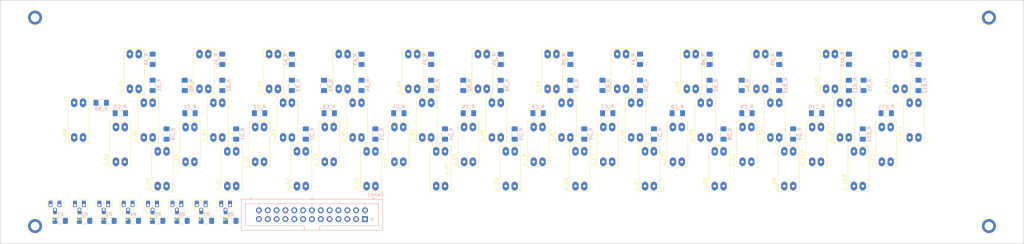
<source format=kicad_pcb>
(kicad_pcb (version 20211014) (generator pcbnew)
  (layers (0 "F.Cu" signal) (31 "B.Cu" signal) (34 "B.Paste" user) (35 "F.Paste" user) (36 "B.SilkS" user "B.Silkscreen") (37 "F.SilkS" user "F.Silkscreen") (38 "B.Mask" user) (39 "F.Mask" user) (44 "Edge.Cuts" user))
  (net 0 "")
  (net 1 "Net-(Q1-Pad2)")
  (net 2 "Net-(Q1-Pad3)")
  (net 3 "GND")
  (net 4 "+5V")
  (net 5 "arduino_A0")
  (net 6 "arduino_A1")
  (net 7 "arduino_A2")
  (net 8 "arduino_A3")
  (net 9 "arduino_A4")
  (net 10 "arduino_A5")
  (net 11 "arduino_D12")
  (net 12 "arduino_D11")
  (net 13 "arduino_D10")
  (net 14 "arduino_D9")
  (net 15 "arduino_D8")
  (net 16 "arduino_D7")
  (net 17 "arduino_D6")
  (net 18 "arduino_D5")
  (net 19 "Net-(Q2-Pad3)")
  (net 20 "Net-(Q2-Pad2)")
  (net 21 "Net-(Q3-Pad2)")
  (net 22 "Net-(Q3-Pad3)")
  (net 23 "Net-(Q4-Pad3)")
  (net 24 "Net-(Q4-Pad2)")
  (net 25 "Net-(Q5-Pad2)")
  (net 26 "Net-(Q5-Pad3)")
  (net 27 "Net-(Q6-Pad3)")
  (net 28 "Net-(Q6-Pad2)")
  (net 29 "Net-(Q7-Pad2)")
  (net 30 "Net-(Q7-Pad3)")
  (net 31 "Net-(Q8-Pad3)")
  (net 32 "Net-(Q8-Pad2)")
  (net 33 "Net-(R_A0-Pad1)")
  (net 34 "Net-(R_A1-Pad1)")
  (net 35 "Net-(R_B1-Pad1)")
  (net 36 "Net-(R_B2-Pad1)")
  (net 37 "Net-(R_C0-Pad1)")
  (net 38 "Net-(R_C1-Pad1)")
  (net 39 "Net-(R_D0-Pad1)")
  (net 40 "Net-(R_D1-Pad1)")
  (net 41 "Net-(R_A2-Pad1)")
  (net 42 "Net-(R_A3-Pad1)")
  (net 43 "Net-(R_A4-Pad1)")
  (net 44 "Net-(R_A5-Pad1)")
  (net 45 "Net-(R_A6-Pad1)")
  (net 46 "Net-(R_A7-Pad1)")
  (net 47 "Net-(R_A8-Pad1)")
  (net 48 "Net-(R_A9-Pad1)")
  (net 49 "Net-(R_A10-Pad1)")
  (net 50 "Net-(R_A11-Pad1)")
  (net 51 "Net-(R_B0-Pad1)")
  (net 52 "Net-(R_B3-Pad1)")
  (net 53 "Net-(R_B4-Pad1)")
  (net 54 "Net-(R_B5-Pad1)")
  (net 55 "Net-(R_B6-Pad1)")
  (net 56 "Net-(R_B7-Pad1)")
  (net 57 "Net-(R_B8-Pad1)")
  (net 58 "Net-(R_B9-Pad1)")
  (net 59 "Net-(R_B10-Pad1)")
  (net 60 "Net-(R_B11-Pad1)")
  (net 61 "Net-(R_B12-Pad1)")
  (net 62 "Net-(R_C2-Pad1)")
  (net 63 "Net-(R_C3-Pad1)")
  (net 64 "Net-(R_C4-Pad1)")
  (net 65 "Net-(R_C5-Pad1)")
  (net 66 "Net-(R_C6-Pad1)")
  (net 67 "Net-(R_C7-Pad1)")
  (net 68 "Net-(R_C8-Pad1)")
  (net 69 "Net-(R_C9-Pad1)")
  (net 70 "Net-(R_C10-Pad1)")
  (net 71 "Net-(R_C11-Pad1)")
  (net 72 "Net-(R_D2-Pad1)")
  (net 73 "Net-(R_D3-Pad1)")
  (net 74 "Net-(R_D4-Pad1)")
  (net 75 "Net-(R_D5-Pad1)")
  (net 76 "Net-(R_D6-Pad1)")
  (net 77 "Net-(R_D7-Pad1)")
  (net 78 "Net-(R_D8-Pad1)")
  (net 79 "Net-(R_D9-Pad1)")
  (net 80 "Net-(R_D10-Pad1)")
  (footprint "ITR9608:ITR9608" (layer "F.Cu") (at 38.5 20.5)
    (fp_text reference "U_A0")
    (fp_text value "ITR9608")
  )
  (footprint "ITR9608:ITR9608" (layer "F.Cu") (at 42.5 34.5)
    (fp_text reference "U_B1")
    (fp_text value "ITR9608")
  )
  (footprint "ITR9608:ITR9608" (layer "F.Cu") (at 58.5 20.5)
    (fp_text reference "U_A1")
    (fp_text value "ITR9608")
  )
  (footprint "ITR9608:ITR9608" (layer "F.Cu") (at 62.5 34.5)
    (fp_text reference "U_B2")
    (fp_text value "ITR9608")
  )
  (footprint "ITR9608:ITR9608" (layer "F.Cu") (at 66.5 48.5)
    (fp_text reference "U_D1")
    (fp_text value "ITR9608")
  )
  (footprint "ITR9608:ITR9608" (layer "F.Cu") (at 54.5 41.5)
    (fp_text reference "U_C1")
    (fp_text value "ITR9608")
  )
  (footprint "ITR9608:ITR9608" (layer "F.Cu") (at 22.5 34.5)
    (fp_text reference "U_B0")
    (fp_text value "ITR9608")
  )
  (footprint "ITR9608:ITR9608" (layer "F.Cu") (at 78.5 20.5)
    (fp_text reference "U_A2")
    (fp_text value "ITR9608")
  )
  (footprint "ITR9608:ITR9608" (layer "F.Cu") (at 98.5 20.5)
    (fp_text reference "U_A3")
    (fp_text value "ITR9608")
  )
  (footprint "ITR9608:ITR9608" (layer "F.Cu") (at 118.5 20.5)
    (fp_text reference "U_A4")
    (fp_text value "ITR9608")
  )
  (footprint "ITR9608:ITR9608" (layer "F.Cu") (at 138.5 20.5)
    (fp_text reference "U_A5")
    (fp_text value "ITR9608")
  )
  (footprint "ITR9608:ITR9608" (layer "F.Cu") (at 158.5 20.5)
    (fp_text reference "U_A6")
    (fp_text value "ITR9608")
  )
  (footprint "ITR9608:ITR9608" (layer "F.Cu") (at 178.5 20.5)
    (fp_text reference "U_A7")
    (fp_text value "ITR9608")
  )
  (footprint "ITR9608:ITR9608" (layer "F.Cu") (at 198.5 20.5)
    (fp_text reference "U_A8")
    (fp_text value "ITR9608")
  )
  (footprint "ITR9608:ITR9608" (layer "F.Cu") (at 218.5 20.5)
    (fp_text reference "U_A9")
    (fp_text value "ITR9608")
  )
  (footprint "ITR9608:ITR9608" (layer "F.Cu") (at 238.5 20.5)
    (fp_text reference "U_A10")
    (fp_text value "ITR9608")
  )
  (footprint "ITR9608:ITR9608" (layer "F.Cu") (at 258.5 20.5)
    (fp_text reference "U_A11")
    (fp_text value "ITR9608")
  )
  (footprint "ITR9608:ITR9608" (layer "F.Cu") (at 82.5 34.5)
    (fp_text reference "U_B3")
    (fp_text value "ITR9608")
  )
  (footprint "ITR9608:ITR9608" (layer "F.Cu") (at 102.5 34.5)
    (fp_text reference "U_B4")
    (fp_text value "ITR9608")
  )
  (footprint "ITR9608:ITR9608" (layer "F.Cu") (at 122.5 34.5)
    (fp_text reference "U_B5")
    (fp_text value "ITR9608")
  )
  (footprint "ITR9608:ITR9608" (layer "F.Cu") (at 142.5 34.5)
    (fp_text reference "U_B6")
    (fp_text value "ITR9608")
  )
  (footprint "ITR9608:ITR9608" (layer "F.Cu") (at 162.5 34.5)
    (fp_text reference "U_B7")
    (fp_text value "ITR9608")
  )
  (footprint "ITR9608:ITR9608" (layer "F.Cu") (at 182.5 34.5)
    (fp_text reference "U_B8")
    (fp_text value "ITR9608")
  )
  (footprint "ITR9608:ITR9608" (layer "F.Cu") (at 202.5 34.5)
    (fp_text reference "U_B9")
    (fp_text value "ITR9608")
  )
  (footprint "ITR9608:ITR9608" (layer "F.Cu") (at 222.5 34.5)
    (fp_text reference "U_B10")
    (fp_text value "ITR9608")
  )
  (footprint "ITR9608:ITR9608" (layer "F.Cu") (at 242.5 34.5)
    (fp_text reference "U_B11")
    (fp_text value "ITR9608")
  )
  (footprint "ITR9608:ITR9608" (layer "F.Cu") (at 262.5 34.5)
    (fp_text reference "U_B12")
    (fp_text value "ITR9608")
  )
  (footprint "ITR9608:ITR9608" (layer "F.Cu") (at 74.5 41.5)
    (fp_text reference "U_C2")
    (fp_text value "ITR9608")
  )
  (footprint "ITR9608:ITR9608" (layer "F.Cu") (at 94.5 41.5)
    (fp_text reference "U_C3")
    (fp_text value "ITR9608")
  )
  (footprint "ITR9608:ITR9608" (layer "F.Cu") (at 114.5 41.5)
    (fp_text reference "U_C4")
    (fp_text value "ITR9608")
  )
  (footprint "ITR9608:ITR9608" (layer "F.Cu") (at 134.5 41.5)
    (fp_text reference "U_C5")
    (fp_text value "ITR9608")
  )
  (footprint "ITR9608:ITR9608" (layer "F.Cu") (at 154.5 41.5)
    (fp_text reference "U_C6")
    (fp_text value "ITR9608")
  )
  (footprint "ITR9608:ITR9608" (layer "F.Cu") (at 174.5 41.5)
    (fp_text reference "U_C7")
    (fp_text value "ITR9608")
  )
  (footprint "ITR9608:ITR9608" (layer "F.Cu") (at 194.5 41.5)
    (fp_text reference "U_C8")
    (fp_text value "ITR9608")
  )
  (footprint "ITR9608:ITR9608" (layer "F.Cu") (at 214.5 41.5)
    (fp_text reference "U_C9")
    (fp_text value "ITR9608")
  )
  (footprint "ITR9608:ITR9608" (layer "F.Cu") (at 234.5 41.5)
    (fp_text reference "U_C10")
    (fp_text value "ITR9608")
  )
  (footprint "ITR9608:ITR9608" (layer "F.Cu") (at 86.5 48.5)
    (fp_text reference "U_D2")
    (fp_text value "ITR9608")
  )
  (footprint "ITR9608:ITR9608" (layer "F.Cu") (at 106.5 48.5)
    (fp_text reference "U_D3")
    (fp_text value "ITR9608")
  )
  (footprint "ITR9608:ITR9608" (layer "F.Cu") (at 126.5 48.5)
    (fp_text reference "U_D4")
    (fp_text value "ITR9608")
  )
  (footprint "ITR9608:ITR9608" (layer "F.Cu") (at 146.5 48.5)
    (fp_text reference "U_D5")
    (fp_text value "ITR9608")
  )
  (footprint "ITR9608:ITR9608" (layer "F.Cu") (at 166.5 48.5)
    (fp_text reference "U_D6")
    (fp_text value "ITR9608")
  )
  (footprint "ITR9608:ITR9608" (layer "F.Cu") (at 186.5 48.5)
    (fp_text reference "U_D7")
    (fp_text value "ITR9608")
  )
  (footprint "ITR9608:ITR9608" (layer "F.Cu") (at 206.5 48.5)
    (fp_text reference "U_D8")
    (fp_text value "ITR9608")
  )
  (footprint "ITR9608:ITR9608" (layer "F.Cu") (at 226.5 48.5)
    (fp_text reference "U_D9")
    (fp_text value "ITR9608")
  )
  (footprint "ITR9608:ITR9608" (layer "F.Cu") (at 246.5 48.5)
    (fp_text reference "U_D10")
    (fp_text value "ITR9608")
  )
  (footprint "Package_TO_SOT_THT:TO-92L_HandSolder" (layer "F.Cu") (at 17 59 180)
    (fp_text reference "Q1")
    (fp_text value "PN2222A")
  )
  (footprint "Package_TO_SOT_THT:TO-92L_HandSolder" (layer "F.Cu") (at 24 59 180)
    (fp_text reference "Q2")
    (fp_text value "PN2222A")
  )
  (footprint "Package_TO_SOT_THT:TO-92L_HandSolder" (layer "F.Cu") (at 31 59 180)
    (fp_text reference "Q3")
    (fp_text value "PN2222A")
  )
  (footprint "Package_TO_SOT_THT:TO-92L_HandSolder" (layer "F.Cu") (at 38 59 180)
    (fp_text reference "Q4")
    (fp_text value "PN2222A")
  )
  (footprint "Package_TO_SOT_THT:TO-92L_HandSolder" (layer "F.Cu") (at 45 59 180)
    (fp_text reference "Q5")
    (fp_text value "PN2222A")
  )
  (footprint "Package_TO_SOT_THT:TO-92L_HandSolder" (layer "F.Cu") (at 52 59 180)
    (fp_text reference "Q6")
    (fp_text value "PN2222A")
  )
  (footprint "Package_TO_SOT_THT:TO-92L_HandSolder" (layer "F.Cu") (at 59 59 180)
    (fp_text reference "Q7")
    (fp_text value "PN2222A")
  )
  (footprint "Package_TO_SOT_THT:TO-92L_HandSolder" (layer "F.Cu") (at 66 59 180)
    (fp_text reference "Q8")
    (fp_text value "PN2222A")
  )
  (footprint "Connectors:1pin" (layer "F.Cu") (at 10 5)
    (fp_text reference "REF**" hide)
    (fp_text value "1pin" hide)
  )
  (footprint "Connectors:1pin" (layer "F.Cu") (at 284 5)
    (fp_text reference "REF**" hide)
    (fp_text value "1pin" hide)
  )
  (footprint "Connectors:1pin" (layer "F.Cu") (at 10 65)
    (fp_text reference "REF**" hide)
    (fp_text value "1pin" hide)
  )
  (footprint "Connectors:1pin" (layer "F.Cu") (at 284 65)
    (fp_text reference "REF**" hide)
    (fp_text value "1pin" hide)
  )
  (footprint "ITR9608:ITR9608" (layer "F.Cu") (at 254.5 41.5)
    (fp_text reference "U_C11")
    (fp_text value "ITR9608")
  )
  (footprint "ITR9608:ITR9608" (layer "F.Cu") (at 46.5 48.5)
    (fp_text reference "U_D0")
    (fp_text value "ITR9608")
  )
  (footprint "ITR9608:ITR9608" (layer "F.Cu") (at 34.5 41.5)
    (fp_text reference "U_C0")
    (fp_text value "ITR9608")
  )
  (footprint "Resistor_SMD:R_1206_3216Metric_Pad1.42x1.75mm_HandSolder" (layer "B.Cu") (at 227.77 38.5 90)
    (fp_text reference "R_D9")
    (fp_text value "270R")
  )
  (footprint "Resistor_SMD:R_1206_3216Metric_Pad1.42x1.75mm_HandSolder" (layer "B.Cu") (at 53 24.5 90)
    (fp_text reference "R_R0")
    (fp_text value "2k")
  )
  (footprint "Resistor_SMD:R_1206_3216Metric_Pad1.42x1.75mm_HandSolder" (layer "B.Cu") (at 93 24.5 90)
    (fp_text reference "R_R1")
    (fp_text value "2k")
  )
  (footprint "Resistor_SMD:R_1206_3216Metric_Pad1.42x1.75mm_HandSolder" (layer "B.Cu") (at 133 24.5 90)
    (fp_text reference "R_R2")
    (fp_text value "2k")
  )
  (footprint "Resistor_SMD:R_1206_3216Metric_Pad1.42x1.75mm_HandSolder" (layer "B.Cu") (at 173 24.5 90)
    (fp_text reference "R_R3")
    (fp_text value "2k")
  )
  (footprint "Resistor_SMD:R_1206_3216Metric_Pad1.42x1.75mm_HandSolder" (layer "B.Cu") (at 213 24.5 90)
    (fp_text reference "R_R4")
    (fp_text value "2k")
  )
  (footprint "Resistor_SMD:R_1206_3216Metric_Pad1.42x1.75mm_HandSolder" (layer "B.Cu") (at 248 24.5 90)
    (fp_text reference "R_R5")
    (fp_text value "2k")
  )
  (footprint "Resistor_SMD:R_1206_3216Metric_Pad1.42x1.75mm_HandSolder" (layer "B.Cu") (at 17.22 63.5 180)
    (fp_text reference "R1")
    (fp_text value "1k")
  )
  (footprint "Resistor_SMD:R_1206_3216Metric_Pad1.42x1.75mm_HandSolder" (layer "B.Cu") (at 24.22 63.5 180)
    (fp_text reference "R2")
    (fp_text value "1k")
  )
  (footprint "Resistor_SMD:R_1206_3216Metric_Pad1.42x1.75mm_HandSolder" (layer "B.Cu") (at 38.22 63.5 180)
    (fp_text reference "R4")
    (fp_text value "1k")
  )
  (footprint "Resistor_SMD:R_1206_3216Metric_Pad1.42x1.75mm_HandSolder" (layer "B.Cu") (at 45.22 63.5 180)
    (fp_text reference "R5")
    (fp_text value "1k")
  )
  (footprint "Resistor_SMD:R_1206_3216Metric_Pad1.42x1.75mm_HandSolder" (layer "B.Cu") (at 52.22 63.5 180)
    (fp_text reference "R6")
    (fp_text value "1k")
  )
  (footprint "Resistor_SMD:R_1206_3216Metric_Pad1.42x1.75mm_HandSolder" (layer "B.Cu") (at 59.22 63.5 180)
    (fp_text reference "R7")
    (fp_text value "1k")
  )
  (footprint "Resistor_SMD:R_1206_3216Metric_Pad1.42x1.75mm_HandSolder" (layer "B.Cu") (at 66.22 63.5 180)
    (fp_text reference "R8")
    (fp_text value "1k")
  )
  (footprint "Resistor_SMD:R_1206_3216Metric_Pad1.42x1.75mm_HandSolder" (layer "B.Cu") (at 43.77 17 -90)
    (fp_text reference "R_A0")
    (fp_text value "270R")
  )
  (footprint "Resistor_SMD:R_1206_3216Metric_Pad1.42x1.75mm_HandSolder" (layer "B.Cu") (at 63.77 17 -90)
    (fp_text reference "R_A1")
    (fp_text value "270R")
  )
  (footprint "Resistor_SMD:R_1206_3216Metric_Pad1.42x1.75mm_HandSolder" (layer "B.Cu") (at 83.77 17 -90)
    (fp_text reference "R_A2")
    (fp_text value "270R")
  )
  (footprint "Resistor_SMD:R_1206_3216Metric_Pad1.42x1.75mm_HandSolder" (layer "B.Cu") (at 103.77 17 -90)
    (fp_text reference "R_A3")
    (fp_text value "270R")
  )
  (footprint "Resistor_SMD:R_1206_3216Metric_Pad1.42x1.75mm_HandSolder" (layer "B.Cu") (at 123.77 17 -90)
    (fp_text reference "R_A4")
    (fp_text value "270R")
  )
  (footprint "Resistor_SMD:R_1206_3216Metric_Pad1.42x1.75mm_HandSolder" (layer "B.Cu") (at 143.77 17 -90)
    (fp_text reference "R_A5")
    (fp_text value "270R")
  )
  (footprint "Resistor_SMD:R_1206_3216Metric_Pad1.42x1.75mm_HandSolder" (layer "B.Cu") (at 163.77 17 -90)
    (fp_text reference "R_A6")
    (fp_text value "270R")
  )
  (footprint "Resistor_SMD:R_1206_3216Metric_Pad1.42x1.75mm_HandSolder" (layer "B.Cu") (at 183.77 17 -90)
    (fp_text reference "R_A7")
    (fp_text value "270R")
  )
  (footprint "Resistor_SMD:R_1206_3216Metric_Pad1.42x1.75mm_HandSolder" (layer "B.Cu") (at 203.77 17 -90)
    (fp_text reference "R_A8")
    (fp_text value "270R")
  )
  (footprint "Resistor_SMD:R_1206_3216Metric_Pad1.42x1.75mm_HandSolder" (layer "B.Cu") (at 223.77 17 -90)
    (fp_text reference "R_A9")
    (fp_text value "270R")
  )
  (footprint "Resistor_SMD:R_1206_3216Metric_Pad1.42x1.75mm_HandSolder" (layer "B.Cu") (at 243.77 17 -90)
    (fp_text reference "R_A10")
    (fp_text value "270R")
  )
  (footprint "Resistor_SMD:R_1206_3216Metric_Pad1.42x1.75mm_HandSolder" (layer "B.Cu") (at 263.77 17 -90)
    (fp_text reference "R_A11")
    (fp_text value "270R")
  )
  (footprint "Resistor_SMD:R_1206_3216Metric_Pad1.42x1.75mm_HandSolder" (layer "B.Cu") (at 29 29.5)
    (fp_text reference "R_B0")
    (fp_text value "270R")
  )
  (footprint "Resistor_SMD:R_1206_3216Metric_Pad1.42x1.75mm_HandSolder" (layer "B.Cu") (at 43.77 24.5 90)
    (fp_text reference "R_B1")
    (fp_text value "270R")
  )
  (footprint "Resistor_SMD:R_1206_3216Metric_Pad1.42x1.75mm_HandSolder" (layer "B.Cu") (at 63.77 24.5 90)
    (fp_text reference "R_B2")
    (fp_text value "270R")
  )
  (footprint "Resistor_SMD:R_1206_3216Metric_Pad1.42x1.75mm_HandSolder" (layer "B.Cu") (at 83.77 24.5 90)
    (fp_text reference "R_B3")
    (fp_text value "270R")
  )
  (footprint "Resistor_SMD:R_1206_3216Metric_Pad1.42x1.75mm_HandSolder" (layer "B.Cu") (at 103.77 24.5 90)
    (fp_text reference "R_B4")
    (fp_text value "270R")
  )
  (footprint "Resistor_SMD:R_1206_3216Metric_Pad1.42x1.75mm_HandSolder" (layer "B.Cu") (at 123.77 24.5 90)
    (fp_text reference "R_B5")
    (fp_text value "270R")
  )
  (footprint "Resistor_SMD:R_1206_3216Metric_Pad1.42x1.75mm_HandSolder" (layer "B.Cu") (at 143.77 24.5 90)
    (fp_text reference "R_B6")
    (fp_text value "270R")
  )
  (footprint "Resistor_SMD:R_1206_3216Metric_Pad1.42x1.75mm_HandSolder" (layer "B.Cu") (at 163.77 24.5 90)
    (fp_text reference "R_B7")
    (fp_text value "270R")
  )
  (footprint "Resistor_SMD:R_1206_3216Metric_Pad1.42x1.75mm_HandSolder" (layer "B.Cu") (at 183.77 24.5 90)
    (fp_text reference "R_B8")
    (fp_text value "270R")
  )
  (footprint "Resistor_SMD:R_1206_3216Metric_Pad1.42x1.75mm_HandSolder" (layer "B.Cu") (at 203.77 24.5 90)
    (fp_text reference "R_B9")
    (fp_text value "270R")
  )
  (footprint "Resistor_SMD:R_1206_3216Metric_Pad1.42x1.75mm_HandSolder" (layer "B.Cu") (at 223.77 24.5 90)
    (fp_text reference "R_B10")
    (fp_text value "270R")
  )
  (footprint "Resistor_SMD:R_1206_3216Metric_Pad1.42x1.75mm_HandSolder" (layer "B.Cu") (at 243.77 24.5 90)
    (fp_text reference "R_B11")
    (fp_text value "270R")
  )
  (footprint "Resistor_SMD:R_1206_3216Metric_Pad1.42x1.75mm_HandSolder" (layer "B.Cu") (at 263.77 24.5 90)
    (fp_text reference "R_B12")
    (fp_text value "270R")
  )
  (footprint "Resistor_SMD:R_1206_3216Metric_Pad1.42x1.75mm_HandSolder" (layer "B.Cu") (at 34.5 32.5 180)
    (fp_text reference "R_C0")
    (fp_text value "270R")
  )
  (footprint "Resistor_SMD:R_1206_3216Metric_Pad1.42x1.75mm_HandSolder" (layer "B.Cu") (at 54.5 32.5 180)
    (fp_text reference "R_C1")
    (fp_text value "270R")
  )
  (footprint "Resistor_SMD:R_1206_3216Metric_Pad1.42x1.75mm_HandSolder" (layer "B.Cu") (at 74.5 32.5 180)
    (fp_text reference "R_C2")
    (fp_text value "270R")
  )
  (footprint "Resistor_SMD:R_1206_3216Metric_Pad1.42x1.75mm_HandSolder" (layer "B.Cu") (at 94.5 32.5 180)
    (fp_text reference "R_C3")
    (fp_text value "270R")
  )
  (footprint "Resistor_SMD:R_1206_3216Metric_Pad1.42x1.75mm_HandSolder" (layer "B.Cu") (at 114.5 32.5 180)
    (fp_text reference "R_C4")
    (fp_text value "270R")
  )
  (footprint "Resistor_SMD:R_1206_3216Metric_Pad1.42x1.75mm_HandSolder" (layer "B.Cu") (at 134.5 32.5 180)
    (fp_text reference "R_C5")
    (fp_text value "270R")
  )
  (footprint "Resistor_SMD:R_1206_3216Metric_Pad1.42x1.75mm_HandSolder" (layer "B.Cu") (at 154.5 32.5 180)
    (fp_text reference "R_C6")
    (fp_text value "270R")
  )
  (footprint "Resistor_SMD:R_1206_3216Metric_Pad1.42x1.75mm_HandSolder" (layer "B.Cu") (at 174.5 32.5 180)
    (fp_text reference "R_C7")
    (fp_text value "270R")
  )
  (footprint "Resistor_SMD:R_1206_3216Metric_Pad1.42x1.75mm_HandSolder" (layer "B.Cu") (at 194.5 32.5 180)
    (fp_text reference "R_C8")
    (fp_text value "270R")
  )
  (footprint "Resistor_SMD:R_1206_3216Metric_Pad1.42x1.75mm_HandSolder" (layer "B.Cu") (at 214.5 32.5 180)
    (fp_text reference "R_C9")
    (fp_text value "270R")
  )
  (footprint "Resistor_SMD:R_1206_3216Metric_Pad1.42x1.75mm_HandSolder" (layer "B.Cu") (at 234.5 32.5 180)
    (fp_text reference "R_C10")
    (fp_text value "270R")
  )
  (footprint "Resistor_SMD:R_1206_3216Metric_Pad1.42x1.75mm_HandSolder" (layer "B.Cu") (at 254.5 32.5 180)
    (fp_text reference "R_C11")
    (fp_text value "270R")
  )
  (footprint "Resistor_SMD:R_1206_3216Metric_Pad1.42x1.75mm_HandSolder" (layer "B.Cu") (at 47.77 38.5 90)
    (fp_text reference "R_D0")
    (fp_text value "270R")
  )
  (footprint "Resistor_SMD:R_1206_3216Metric_Pad1.42x1.75mm_HandSolder" (layer "B.Cu") (at 87.77 38.5 90)
    (fp_text reference "R_D2")
    (fp_text value "270R")
  )
  (footprint "Resistor_SMD:R_1206_3216Metric_Pad1.42x1.75mm_HandSolder" (layer "B.Cu") (at 107.77 38.5 90)
    (fp_text reference "R_D3")
    (fp_text value "270R")
  )
  (footprint "Resistor_SMD:R_1206_3216Metric_Pad1.42x1.75mm_HandSolder" (layer "B.Cu") (at 127.77 38.5 90)
    (fp_text reference "R_D4")
    (fp_text value "270R")
  )
  (footprint "Resistor_SMD:R_1206_3216Metric_Pad1.42x1.75mm_HandSolder" (layer "B.Cu") (at 147.77 38.5 90)
    (fp_text reference "R_D5")
    (fp_text value "270R")
  )
  (footprint "Resistor_SMD:R_1206_3216Metric_Pad1.42x1.75mm_HandSolder" (layer "B.Cu") (at 167.77 38.5 90)
    (fp_text reference "R_D6")
    (fp_text value "270R")
  )
  (footprint "Resistor_SMD:R_1206_3216Metric_Pad1.42x1.75mm_HandSolder" (layer "B.Cu") (at 187.77 38.5 90)
    (fp_text reference "R_D7")
    (fp_text value "270R")
  )
  (footprint "Resistor_SMD:R_1206_3216Metric_Pad1.42x1.75mm_HandSolder" (layer "B.Cu") (at 207.77 38.5 90)
    (fp_text reference "R_D8")
    (fp_text value "270R")
  )
  (footprint "Resistor_SMD:R_1206_3216Metric_Pad1.42x1.75mm_HandSolder" (layer "B.Cu") (at 247.77 38.5 90)
    (fp_text reference "R_D10")
    (fp_text value "270R")
  )
  (footprint "Resistor_SMD:R_1206_3216Metric_Pad1.42x1.75mm_HandSolder" (layer "B.Cu") (at 67.77 38.5 90)
    (fp_text reference "R_D1")
    (fp_text value "270R")
  )
  (footprint "Resistor_SMD:R_1206_3216Metric_Pad1.42x1.75mm_HandSolder" (layer "B.Cu") (at 31.22 63.5 180)
    (fp_text reference "R3")
    (fp_text value "1k")
  )
  (footprint "Connector_Multicomp:Multicomp_MC9A12-2634_2x13_P2.54mm_Vertical" (layer "B.Cu") (at 104.78 63 180)
    (fp_text reference "Conn1")
    (fp_text value "Conn_02x13_Odd_Even")
  )
  (gr_line (start 294 70) (end 0 70) (layer "Edge.Cuts") (width 0.15))
  (gr_line (start 0 70) (end 0 0) (layer "Edge.Cuts") (width 0.15))
  (gr_line (start 0 0) (end 294 0) (layer "Edge.Cuts") (width 0.15))
  (gr_line (start 294 0) (end 294 70) (layer "Edge.Cuts") (width 0.15))
)
</source>
